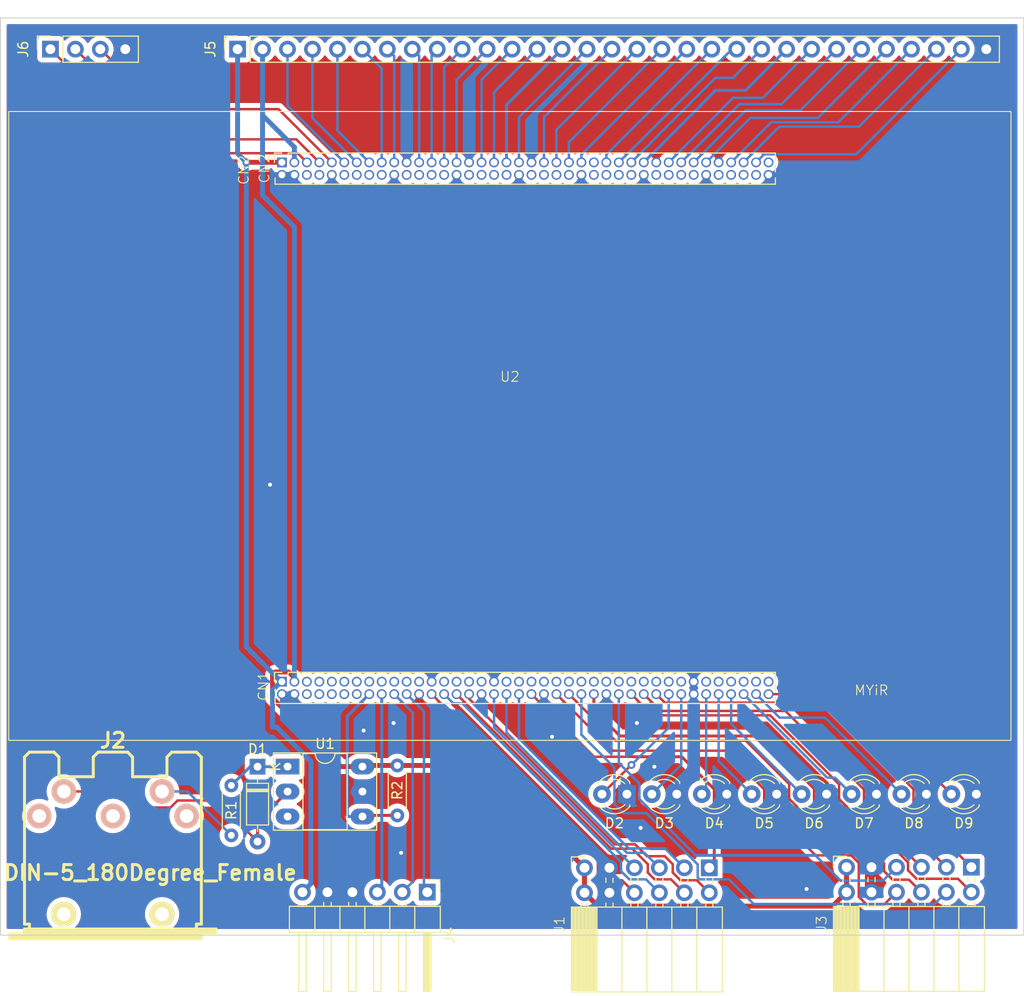
<source format=kicad_pcb>
(kicad_pcb (version 20221018) (generator pcbnew)
  (layers (0 "F.Cu" signal) (31 "B.Cu" signal) (34 "B.Paste" user) (35 "F.Paste" user) (36 "B.SilkS" user "B.Silkscreen") (37 "F.SilkS" user "F.Silkscreen") (38 "B.Mask" user) (39 "F.Mask" user) (44 "Edge.Cuts" user))
  (net 0 "")
  (net 1 "Net-(D1-K)")
  (net 2 "Net-(D1-A)")
  (net 3 "GND")
  (net 4 "LED1")
  (net 5 "LED2")
  (net 6 "LED3")
  (net 7 "LED4")
  (net 8 "LED5")
  (net 9 "LED6")
  (net 10 "LED7")
  (net 11 "LED8")
  (net 12 "PMOD1_1")
  (net 13 "PMOD1_2")
  (net 14 "PMOD1_3")
  (net 15 "PMOD1_4")
  (net 16 "+3.3V")
  (net 17 "PMOD1_7")
  (net 18 "PMOD1_8")
  (net 19 "PMOD1_9")
  (net 20 "PMOD1_10")
  (net 24 "Net-(J2-Pad4)")
  (net 25 "PMOD2_1")
  (net 26 "PMOD2_2")
  (net 27 "PMOD2_3")
  (net 28 "PMOD2_4")
  (net 29 "PMOD2_7")
  (net 30 "PMOD2_8")
  (net 31 "PMOD2_9")
  (net 32 "PMOD2_10")
  (net 33 "BCLK")
  (net 34 "DATA")
  (net 35 "LRCLK")
  (net 36 "+5V")
  (net 37 "GPIO_1")
  (net 38 "GPIO_2")
  (net 39 "GPIO_3")
  (net 40 "GPIO_4")
  (net 41 "GPIO_5")
  (net 42 "GPIO_6")
  (net 43 "GPIO_7")
  (net 44 "GPIO_8")
  (net 45 "GPIO_9")
  (net 46 "GPIO_10")
  (net 47 "GPIO_11")
  (net 48 "GPIO_12")
  (net 49 "GPIO_13")
  (net 50 "GPIO_14")
  (net 51 "GPIO_15")
  (net 52 "GPIO_16")
  (net 53 "GPIO_17")
  (net 54 "GPIO_18")
  (net 55 "GPIO_19")
  (net 56 "GPIO_20")
  (net 57 "GPIO_21")
  (net 58 "GPIO_22")
  (net 59 "GPIO_23")
  (net 60 "GPIO_24")
  (net 61 "GPIO_25")
  (net 62 "GPIO_26")
  (net 63 "GPIO_27")
  (net 64 "GPIO_28")
  (net 65 "XADC_INP0")
  (net 66 "XADC_INN0")
  (net 67 "XADC_VCC")
  (net 68 "MIDI_IN")
  (footprint "Connector_PinSocket_2.54mm:PinSocket_1x04_P2.54mm_Vertical" (layer "F.Cu") (at 48.26 20.955 90)
    (fp_text reference "J6")
    (fp_text value "XADC Header")
  )
  (footprint "Resistor_THT:R_Axial_DIN0204_L3.6mm_D1.6mm_P5.08mm_Horizontal" (layer "F.Cu") (at 83.566 98.933 90)
    (fp_text reference "R2")
    (fp_text value "510")
  )
  (footprint "LED_THT:LED_D3.0mm" (layer "F.Cu") (at 142.494 96.774 180)
    (fp_text reference "D9")
    (fp_text value "LED")
  )
  (footprint "LED_THT:LED_D3.0mm" (layer "F.Cu") (at 106.934 96.774 180)
    (fp_text reference "D2")
    (fp_text value "LED")
  )
  (footprint "LED_THT:LED_D3.0mm" (layer "F.Cu") (at 132.334 96.774 180)
    (fp_text reference "D7")
    (fp_text value "LED")
  )
  (footprint "Diode_THT:D_DO-35_SOD27_P7.62mm_Horizontal" (layer "F.Cu") (at 69.342 93.98 -90)
    (fp_text reference "D1")
    (fp_text value "1N4148")
  )
  (footprint "Z_Turn_Board_Lib_Footprint:MIDI_DIN5" (layer "F.Cu") (at 54.6228 101.997)
    (fp_text reference "J2")
    (fp_text value "DIN-5_180Degree_Female")
  )
  (footprint "LED_THT:LED_D3.0mm" (layer "F.Cu") (at 122.174 96.774 180)
    (fp_text reference "D5")
    (fp_text value "LED")
  )
  (footprint "LED_THT:LED_D3.0mm" (layer "F.Cu") (at 117.094 96.774 180)
    (fp_text reference "D4")
    (fp_text value "LED")
  )
  (footprint "Connector_PinSocket_2.54mm:PinSocket_1x31_P2.54mm_Vertical" (layer "F.Cu") (at 67.31 20.955 90)
    (fp_text reference "J5")
    (fp_text value "GPIO Header")
  )
  (footprint "Package_DIP:DIP-6_W7.62mm_Socket_LongPads" (layer "F.Cu") (at 72.4 93.97)
    (fp_text reference "U1")
    (fp_text value "H11L1")
  )
  (footprint "Connector_PinHeader_2.54mm:PinHeader_1x06_P2.54mm_Horizontal" (layer "F.Cu") (at 86.614 106.75 -90)
    (fp_text reference "J4")
    (fp_text value "DAC")
  )
  (footprint "LED_THT:LED_D3.0mm" (layer "F.Cu") (at 112.009 96.774 180)
    (fp_text reference "D3")
    (fp_text value "LED")
  )
  (footprint "Z_Turn_Board_Lib_Footprint:PMOD" (layer "F.Cu") (at 108.966 110.042 90)
    (fp_text reference "J1")
    (fp_text value "~")
  )
  (footprint "Z_Turn_Board_Lib_Footprint:PMOD" (layer "F.Cu") (at 135.636 109.982 90)
    (fp_text reference "J3")
    (fp_text value "~")
  )
  (footprint "LED_THT:LED_D3.0mm" (layer "F.Cu") (at 127.254 96.774 180)
    (fp_text reference "D6")
    (fp_text value "LED")
  )
  (footprint "Resistor_THT:R_Axial_DIN0204_L3.6mm_D1.6mm_P5.08mm_Horizontal" (layer "F.Cu") (at 66.675 100.965 90)
    (fp_text reference "R1")
    (fp_text value "220")
  )
  (footprint "LED_THT:LED_D3.0mm" (layer "F.Cu") (at 137.414 96.774 180)
    (fp_text reference "D8")
    (fp_text value "LED")
  )
  (footprint "Z_Turn_Board_Lib_Footprint:Z Turn Board IO" (layer "F.Cu") (at 95.02 59.295)
    (fp_text reference "U2")
    (fp_text value "Z Turn Board I/O")
  )
  (gr_rect (start 43.18 17.78) (end 147.32 111.125) (stroke (width 0.1)) (fill none) (layer "Edge.Cuts"))
  (segment (start 72.39 93.98) (end 72.4 93.97) (width 0.3) (layer "F.Cu") (net 1))
  (segment (start 71.765 93.97) (end 71.755 93.98) (width 0.25) (layer "F.Cu") (net 1))
  (segment (start 68.58 93.98) (end 66.675 95.885) (width 0.3) (layer "B.Cu") (net 1))
  (segment (start 69.342 93.98) (end 72.39 93.98) (width 0.3) (layer "B.Cu") (net 1))
  (segment (start 69.342 93.98) (end 68.58 93.98) (width 0.3) (layer "B.Cu") (net 1))
  (segment (start 72.39 93.98) (end 72.4 93.97) (width 0.3) (layer "B.Cu") (net 1))
  (segment (start 49.6266 96.4979) (end 56.1771 96.4979) (width 0.25) (layer "F.Cu") (net 2))
  (segment (start 72.4 96.51) (end 69.342 99.568) (width 0.3) (layer "F.Cu") (net 2))
  (segment (start 60.4891 98.1297) (end 61.2006 97.4182) (width 0.25) (layer "F.Cu") (net 2))
  (segment (start 57.8089 98.1297) (end 60.4891 98.1297) (width 0.25) (layer "F.Cu") (net 2))
  (segment (start 56.1771 96.4979) (end 57.8089 98.1297) (width 0.25) (layer "F.Cu") (net 2))
  (segment (start 61.2006 97.4182) (end 65.1602 97.4182) (width 0.25) (layer "F.Cu") (net 2))
  (segment (start 65.1602 97.4182) (end 69.342 101.6) (width 0.25) (layer "F.Cu") (net 2))
  (segment (start 69.342 99.568) (end 69.342 101.6) (width 0.3) (layer "F.Cu") (net 2))
  (via (at 99.314 90.932) (size 0.8) (drill 0.4) (layers "F.Cu" "B.Cu") (net 3))
  (via (at 108.331 100.203) (size 0.8) (drill 0.4) (layers "F.Cu" "B.Cu") (net 3))
  (via (at 83.947 102.743) (size 0.8) (drill 0.4) (layers "F.Cu" "B.Cu") (net 3))
  (via (at 125.222 106.426) (size 0.8) (drill 0.4) (layers "F.Cu" "B.Cu") (net 3))
  (via (at 80.137 90.297) (size 0.8) (drill 0.4) (layers "F.Cu" "B.Cu") (net 3))
  (via (at 107.95 89.535) (size 0.8) (drill 0.4) (layers "F.Cu" "B.Cu") (net 3))
  (via (at 109.728 93.98) (size 0.8) (drill 0.4) (layers "F.Cu" "B.Cu") (net 3))
  (via (at 83.185 89.535) (size 0.8) (drill 0.4) (layers "F.Cu" "B.Cu") (net 3))
  (via (at 70.612 65.278) (size 0.8) (drill 0.4) (layers "F.Cu" "B.Cu") (net 3))
  (segment (start 104.394 96.774) (end 107.3643 93.8037) (width 0.25) (layer "F.Cu") (net 4))
  (segment (start 107.3643 93.8037) (end 107.3927 93.8037) (width 0.25) (layer "F.Cu") (net 4))
  (via (at 107.3927 93.8037) (size 0.8) (drill 0.4) (layers "F.Cu" "B.Cu") (net 4))
  (segment (start 111.19 86.595) (end 111.19 90.0064) (width 0.25) (layer "B.Cu") (net 4))
  (segment (start 111.19 90.0064) (end 107.3927 93.8037) (width 0.25) (layer "B.Cu") (net 4))
  (segment (start 112.46 86.595) (end 112.46 93.783) (width 0.25) (layer "B.Cu") (net 5))
  (segment (start 112.46 93.783) (end 109.469 96.774) (width 0.25) (layer "B.Cu") (net 5))
  (segment (start 115 96.328) (end 114.554 96.774) (width 0.25) (layer "B.Cu") (net 6))
  (segment (start 115 86.595) (end 115 96.328) (width 0.25) (layer "B.Cu") (net 6))
  (segment (start 116.27 86.595) (end 116.27 93.41) (width 0.25) (layer "B.Cu") (net 7))
  (segment (start 116.27 93.41) (end 119.634 96.774) (width 0.25) (layer "B.Cu") (net 7))
  (segment (start 117.54 89.6) (end 124.714 96.774) (width 0.25) (layer "B.Cu") (net 8))
  (segment (start 117.54 86.595) (end 117.54 89.6) (width 0.25) (layer "B.Cu") (net 8))
  (segment (start 129.794 96.774) (end 128.1167 95.0967) (width 0.25) (layer "B.Cu") (net 9))
  (segment (start 127.3117 95.0967) (end 118.81 86.595) (width 0.25) (layer "B.Cu") (net 9))
  (segment (start 128.1167 95.0967) (end 127.3117 95.0967) (width 0.25) (layer "B.Cu") (net 9))
  (segment (start 122.4697 88.9847) (end 127.0847 88.9847) (width 0.25) (layer "B.Cu") (net 10))
  (segment (start 127.0847 88.9847) (end 134.874 96.774) (width 0.25) (layer "B.Cu") (net 10))
  (segment (start 120.08 86.595) (end 122.4697 88.9847) (width 0.25) (layer "B.Cu") (net 10))
  (segment (start 129.775 86.595) (end 121.35 86.595) (width 0.25) (layer "F.Cu") (net 11))
  (segment (start 139.954 96.774) (end 129.775 86.595) (width 0.25) (layer "F.Cu") (net 11))
  (segment (start 115.316 104.267) (end 115.824 103.759) (width 0.3) (layer "F.Cu") (net 12))
  (segment (start 112.514367 92.9666) (end 107.59 92.9666) (width 0.3) (layer "F.Cu") (net 12))
  (segment (start 103.5916 92.9666) (end 97.22 86.595) (width 0.25) (layer "F.Cu") (net 12))
  (segment (start 115.824 96.276233) (end 112.514367 92.9666) (width 0.3) (layer "F.Cu") (net 12))
  (segment (start 115.824 103.759) (end 115.824 96.276233) (width 0.3) (layer "F.Cu") (net 12))
  (segment (start 107.59 92.9666) (end 103.5916 92.9666) (width 0.25) (layer "F.Cu") (net 12))
  (segment (start 95.95 86.595) (end 95.95 91.122604) (width 0.25) (layer "B.Cu") (net 13))
  (segment (start 107.120396 102.293) (end 110.802 102.293) (width 0.25) (layer "B.Cu") (net 13))
  (segment (start 110.802 102.293) (end 112.776 104.267) (width 0.25) (layer "B.Cu") (net 13))
  (segment (start 95.95 91.122604) (end 107.120396 102.293) (width 0.25) (layer "B.Cu") (net 13))
  (segment (start 106.934 102.743) (end 108.712 102.743) (width 0.25) (layer "B.Cu") (net 14))
  (segment (start 94.68 90.489) (end 106.934 102.743) (width 0.25) (layer "B.Cu") (net 14))
  (segment (start 108.712 102.743) (end 110.236 104.267) (width 0.25) (layer "B.Cu") (net 14))
  (segment (start 109.4907 104.267) (end 110.236 104.267) (width 0.25) (layer "B.Cu") (net 14))
  (segment (start 94.68 86.595) (end 94.68 90.489) (width 0.25) (layer "B.Cu") (net 14))
  (segment (start 93.41 89.981) (end 93.41 86.595) (width 0.25) (layer "B.Cu") (net 15))
  (segment (start 107.696 104.267) (end 93.41 89.981) (width 0.25) (layer "B.Cu") (net 15))
  (segment (start 102.616 104.267) (end 92.202 93.853) (width 0.5) (layer "F.Cu") (net 16))
  (segment (start 127.8631 108.1699) (end 103.9789 108.1699) (width 0.5) (layer "F.Cu") (net 16))
  (segment (start 70.8681 87.0014) (end 70.8681 84.6275) (width 0.5) (layer "F.Cu") (net 16))
  (segment (start 129.286 106.747) (end 127.8631 108.1699) (width 0.5) (layer "F.Cu") (net 16))
  (segment (start 102.616 106.807) (end 102.616 104.267) (width 0.5) (layer "F.Cu") (net 16))
  (segment (start 129.286 106.747) (end 129.286 104.207) (width 0.5) (layer "F.Cu") (net 16))
  (segment (start 80.137 93.853) (end 80.02 93.97) (width 0.5) (layer "F.Cu") (net 16))
  (segment (start 80.02 93.97) (end 77.8367 93.97) (width 0.5) (layer "F.Cu") (net 16))
  (segment (start 83.566 93.853) (end 80.137 93.853) (width 0.5) (layer "F.Cu") (net 16))
  (segment (start 77.8367 93.97) (end 73.8284 89.9617) (width 0.5) (layer "F.Cu") (net 16))
  (segment (start 73.09 84.9185) (end 73.09 85.325) (width 0.5) (layer "F.Cu") (net 16))
  (segment (start 103.9789 108.1699) (end 102.616 106.807) (width 0.5) (layer "F.Cu") (net 16))
  (segment (start 71.1578 84.3378) (end 72.5093 84.3378) (width 0.5) (layer "F.Cu") (net 16))
  (segment (start 70.8681 84.6275) (end 71.1578 84.3378) (width 0.5) (layer "F.Cu") (net 16))
  (segment (start 92.202 93.853) (end 83.566 93.853) (width 0.5) (layer "F.Cu") (net 16))
  (segment (start 72.5093 84.3378) (end 73.09 84.9185) (width 0.5) (layer "F.Cu") (net 16))
  (segment (start 73.8284 89.9617) (end 70.8681 87.0014) (width 0.5) (layer "F.Cu") (net 16))
  (segment (start 73.09 32.1059) (end 73.09 32.475) (width 0.5) (layer "B.Cu") (net 16))
  (segment (start 73.09 32.475) (end 73.09 30.926) (width 0.5) (layer "B.Cu") (net 16))
  (segment (start 73.09 85.325) (end 73.09 39.054) (width 0.5) (layer "B.Cu") (net 16))
  (segment (start 69.85 35.814) (end 69.85 27.686) (width 0.5) (layer "B.Cu") (net 16))
  (segment (start 73.09 39.054) (end 69.85 35.814) (width 0.5) (layer "B.Cu") (net 16))
  (segment (start 73.09 30.926) (end 69.85 27.686) (width 0.5) (layer "B.Cu") (net 16))
  (segment (start 69.85 20.955) (end 69.85 27.686) (width 0.5) (layer "B.Cu") (net 16))
  (segment (start 114.046 105.537) (end 112.3816 105.537) (width 0.25) (layer "F.Cu") (net 17))
  (segment (start 112.3816 105.537) (end 111.5991 104.7545) (width 0.25) (layer "F.Cu") (net 17))
  (segment (start 115.316 106.807) (end 114.046 105.537) (width 0.25) (layer "F.Cu") (net 17))
  (segment (start 90.87 87.06) (end 90.87 86.595) (width 0.25) (layer "F.Cu") (net 17))
  (segment (start 108.9751 103.0901) (end 107.7615 101.8765) (width 0.25) (layer "F.Cu") (net 17))
  (segment (start 110.7881 103.0901) (end 108.9751 103.0901) (width 0.25) (layer "F.Cu") (net 17))
  (segment (start 107.7615 101.8765) (end 105.6865 101.8765) (width 0.25) (layer "F.Cu") (net 17))
  (segment (start 111.5991 104.7545) (end 111.5991 103.9011) (width 0.25) (layer "F.Cu") (net 17))
  (segment (start 105.6865 101.8765) (end 90.87 87.06) (width 0.25) (layer "F.Cu") (net 17))
  (segment (start 111.5991 103.9011) (end 110.7881 103.0901) (width 0.25) (layer "F.Cu") (net 17))
  (segment (start 107.4844 102.3265) (end 109.0591 103.9012) (width 0.25) (layer "F.Cu") (net 18))
  (segment (start 109.0591 104.7545) (end 109.7485 105.4439) (width 0.25) (layer "F.Cu") (net 18))
  (segment (start 109.0591 103.9012) (end 109.0591 104.7545) (width 0.25) (layer "F.Cu") (net 18))
  (segment (start 89.6 86.595) (end 105.3315 102.3265) (width 0.25) (layer "F.Cu") (net 18))
  (segment (start 109.7485 105.4439) (end 111.4129 105.4439) (width 0.25) (layer "F.Cu") (net 18))
  (segment (start 105.3315 102.3265) (end 107.4844 102.3265) (width 0.25) (layer "F.Cu") (net 18))
  (segment (start 111.4129 105.4439) (end 112.776 106.807) (width 0.25) (layer "F.Cu") (net 18))
  (segment (start 106.3329 104.6043) (end 106.3329 103.6857) (width 0.25) (layer "B.Cu") (net 19))
  (segment (start 107.1725 105.4439) (end 106.3329 104.6043) (width 0.25) (layer "B.Cu") (net 19))
  (segment (start 89.2651 87.5301) (end 88.33 86.595) (width 0.25) (layer "B.Cu") (net 19))
  (segment (start 110.236 106.807) (end 108.8729 105.4439) (width 0.25) (layer "B.Cu") (net 19))
  (segment (start 108.8729 105.4439) (end 107.1725 105.4439) (width 0.25) (layer "B.Cu") (net 19))
  (segment (start 106.3329 103.6857) (end 90.1773 87.5301) (width 0.25) (layer "B.Cu") (net 19))
  (segment (start 90.1773 87.5301) (end 89.2651 87.5301) (width 0.25) (layer "B.Cu") (net 19))
  (segment (start 106.426 105.537) (end 104.7616 105.537) (width 0.25) (layer "F.Cu") (net 20))
  (segment (start 104.7616 105.537) (end 103.9791 104.7545) (width 0.25) (layer "F.Cu") (net 20))
  (segment (start 103.9791 103.5141) (end 87.06 86.595) (width 0.25) (layer "F.Cu") (net 20))
  (segment (start 103.9791 104.7545) (end 103.9791 103.5141) (width 0.25) (layer "F.Cu") (net 20))
  (segment (start 107.696 106.807) (end 106.426 105.537) (width 0.25) (layer "F.Cu") (net 20))
  (segment (start 62.2079 96.4979) (end 66.675 100.965) (width 0.25) (layer "B.Cu") (net 24))
  (segment (start 59.619 96.4979) (end 62.2079 96.4979) (width 0.25) (layer "B.Cu") (net 24))
  (segment (start 136.1009 98.3219) (end 141.986 104.207) (width 0.25) (layer "F.Cu") (net 25))
  (segment (start 136.1009 96.2658) (end 136.1009 98.3219) (width 0.25) (layer "F.Cu") (net 25))
  (segment (start 127.2957 87.4606) (end 136.1009 96.2658) (width 0.25) (layer "F.Cu") (net 25))
  (segment (start 109.92 86.595) (end 110.7856 87.4606) (width 0.25) (layer "F.Cu") (net 25))
  (segment (start 110.7856 87.4606) (end 127.2957 87.4606) (width 0.25) (layer "F.Cu") (net 25))
  (segment (start 131.064 96.3064) (end 131.064 97.8216) (width 0.25) (layer "F.Cu") (net 26))
  (segment (start 134.4114 99.1724) (end 139.446 104.207) (width 0.25) (layer "F.Cu") (net 26))
  (segment (start 131.064 97.8216) (end 132.4148 99.1724) (width 0.25) (layer "F.Cu") (net 26))
  (segment (start 110.3578 88.3028) (end 123.0604 88.3028) (width 0.25) (layer "F.Cu") (net 26))
  (segment (start 108.65 86.595) (end 110.3578 88.3028) (width 0.25) (layer "F.Cu") (net 26))
  (segment (start 123.0604 88.3028) (end 131.064 96.3064) (width 0.25) (layer "F.Cu") (net 26))
  (segment (start 132.4148 99.1724) (end 134.4114 99.1724) (width 0.25) (layer "F.Cu") (net 26))
  (segment (start 130.9667 99.7076) (end 128.5241 97.265) (width 0.25) (layer "F.Cu") (net 27))
  (segment (start 128.5241 97.265) (end 128.524 97.265) (width 0.25) (layer "F.Cu") (net 27))
  (segment (start 128.524 95.7738) (end 121.503 88.7528) (width 0.25) (layer "F.Cu") (net 27))
  (segment (start 136.906 104.207) (end 132.4066 99.7076) (width 0.25) (layer "F.Cu") (net 27))
  (segment (start 128.524 97.265) (end 128.524 95.7738) (width 0.25) (layer "F.Cu") (net 27))
  (segment (start 132.4066 99.7076) (end 130.9667 99.7076) (width 0.25) (layer "F.Cu") (net 27))
  (segment (start 121.503 88.7528) (end 109.5378 88.7528) (width 0.25) (layer "F.Cu") (net 27))
  (segment (start 109.5378 88.7528) (end 107.38 86.595) (width 0.25) (layer "F.Cu") (net 27))
  (segment (start 128.6826 105.572) (end 126.111 103.0004) (width 0.25) (layer "B.Cu") (net 28))
  (segment (start 106.11 93.5969) (end 106.11 86.595) (width 0.25) (layer "B.Cu") (net 28))
  (segment (start 134.366 104.207) (end 133.001 105.572) (width 0.25) (layer "B.Cu") (net 28))
  (segment (start 108.2015 95.6884) (end 106.11 93.5969) (width 0.25) (layer "B.Cu") (net 28))
  (segment (start 113.9398 103.0004) (end 108.2015 97.2621) (width 0.25) (layer "B.Cu") (net 28))
  (segment (start 126.111 103.0004) (end 113.9398 103.0004) (width 0.3) (layer "B.Cu") (net 28))
  (segment (start 108.2015 97.2621) (end 108.2015 95.6884) (width 0.25) (layer "B.Cu") (net 28))
  (segment (start 133.001 105.572) (end 128.6826 105.572) (width 0.25) (layer "B.Cu") (net 28))
  (segment (start 125.984 97.7991) (end 125.984 96.2418) (width 0.25) (layer "F.Cu") (net 29))
  (segment (start 136.4035 105.3839) (end 135.5429 104.5233) (width 0.25) (layer "F.Cu") (net 29))
  (segment (start 132.04 101.42) (end 129.3734 98.7534) (width 0.25) (layer "F.Cu") (net 29))
  (segment (start 103.57 86.595) (end 103.57 88.203) (width 0.3) (layer "F.Cu") (net 29))
  (segment (start 103.57 88.203) (end 106.2238 90.8568) (width 0.3) (layer "F.Cu") (net 29))
  (segment (start 133.2464 101.42) (end 132.04 101.42) (width 0.25) (layer "F.Cu") (net 29))
  (segment (start 135.5429 103.7165) (end 133.2464 101.42) (width 0.25) (layer "F.Cu") (net 29))
  (segment (start 106.2238 90.8568) (end 120.599 90.8568) (width 0.3) (layer "F.Cu") (net 29))
  (segment (start 140.6229 105.3839) (end 136.4035 105.3839) (width 0.25) (layer "F.Cu") (net 29))
  (segment (start 126.9383 98.7534) (end 125.984 97.7991) (width 0.25) (layer "F.Cu") (net 29))
  (segment (start 135.5429 104.5233) (end 135.5429 103.7165) (width 0.25) (layer "F.Cu") (net 29))
  (segment (start 120.599 90.8568) (end 120.8526 91.1104) (width 0.3) (layer "F.Cu") (net 29))
  (segment (start 129.3734 98.7534) (end 126.9383 98.7534) (width 0.25) (layer "F.Cu") (net 29))
  (segment (start 125.984 96.2418) (end 120.8526 91.1104) (width 0.25) (layer "F.Cu") (net 29))
  (segment (start 141.986 106.747) (end 140.6229 105.3839) (width 0.25) (layer "F.Cu") (net 29))
  (segment (start 108.9205 98.7065) (end 114.1379 103.9239) (width 0.25) (layer "B.Cu") (net 30))
  (segment (start 102.3 86.595) (end 102.3 90.7198) (width 0.25) (layer "B.Cu") (net 30))
  (segment (start 138.2409 107.9521) (end 139.446 106.747) (width 0.25) (layer "B.Cu") (net 30))
  (segment (start 119.8333 107.9521) (end 138.2409 107.9521) (width 0.25) (layer "B.Cu") (net 30))
  (segment (start 114.3306 105.4439) (end 117.3251 105.4439) (width 0.25) (layer "B.Cu") (net 30))
  (segment (start 106.5726 98.7065) (end 108.9205 98.7065) (width 0.25) (layer "B.Cu") (net 30))
  (segment (start 105.664 94.0838) (end 105.664 97.7979) (width 0.25) (layer "B.Cu") (net 30))
  (segment (start 114.1379 105.2512) (end 114.3306 105.4439) (width 0.25) (layer "B.Cu") (net 30))
  (segment (start 117.3251 105.4439) (end 119.8333 107.9521) (width 0.25) (layer "B.Cu") (net 30))
  (segment (start 105.664 97.7979) (end 106.5726 98.7065) (width 0.25) (layer "B.Cu") (net 30))
  (segment (start 102.3 90.7198) (end 105.664 94.0838) (width 0.25) (layer "B.Cu") (net 30))
  (segment (start 114.1379 103.9239) (end 114.1379 105.2512) (width 0.25) (layer "B.Cu") (net 30))
  (segment (start 131.1587 101.8704) (end 133.096 103.8077) (width 0.25) (layer "F.Cu") (net 31))
  (segment (start 101.03 86.595) (end 105.7668 91.3318) (width 0.25) (layer "F.Cu") (net 31))
  (segment (start 133.9713 105.477) (end 135.636 105.477) (width 0.25) (layer "F.Cu") (net 31))
  (segment (start 123.444 95.7449) (end 123.444 97.2412) (width 0.25) (layer "F.Cu") (net 31))
  (segment (start 123.444 97.2412) (end 128.0732 101.8704) (width 0.25) (layer "F.Cu") (net 31))
  (segment (start 133.096 104.6017) (end 133.9713 105.477) (width 0.25) (layer "F.Cu") (net 31))
  (segment (start 119.0309 91.3318) (end 123.444 95.7449) (width 0.25) (layer "F.Cu") (net 31))
  (segment (start 128.0732 101.8704) (end 131.1587 101.8704) (width 0.25) (layer "F.Cu") (net 31))
  (segment (start 105.7668 91.3318) (end 119.0309 91.3318) (width 0.25) (layer "F.Cu") (net 31))
  (segment (start 133.096 103.8077) (end 133.096 104.6017) (width 0.25) (layer "F.Cu") (net 31))
  (segment (start 135.636 105.477) (end 136.906 106.747) (width 0.25) (layer "F.Cu") (net 31))
  (segment (start 120.904 96.2816) (end 116.9713 92.3489) (width 0.25) (layer "F.Cu") (net 32))
  (segment (start 130.529 103.7653) (end 129.7684 103.0047) (width 0.25) (layer "F.Cu") (net 32))
  (segment (start 116.9713 92.3489) (end 105.5139 92.3489) (width 0.25) (layer "F.Cu") (net 32))
  (segment (start 130.529 107.2123) (end 130.529 103.7653) (width 0.25) (layer "F.Cu") (net 32))
  (segment (start 133.1273 107.9857) (end 131.3024 107.9857) (width 0.25) (layer "F.Cu") (net 32))
  (segment (start 131.3024 107.9857) (end 130.529 107.2123) (width 0.25) (layer "F.Cu") (net 32))
  (segment (start 105.5139 92.3489) (end 99.76 86.595) (width 0.25) (layer "F.Cu") (net 32))
  (segment (start 129.7684 103.0047) (end 126.1385 103.0047) (width 0.25) (layer "F.Cu") (net 32))
  (segment (start 120.904 97.7702) (end 120.904 96.2816) (width 0.25) (layer "F.Cu") (net 32))
  (segment (start 126.1385 103.0047) (end 120.904 97.7702) (width 0.25) (layer "F.Cu") (net 32))
  (segment (start 134.366 106.747) (end 133.1273 107.9857) (width 0.25) (layer "F.Cu") (net 32))
  (segment (start 86.2759 106.4119) (end 86.2759 88.3509) (width 0.25) (layer "B.Cu") (net 33))
  (segment (start 86.2759 88.3509) (end 84.52 86.595) (width 0.25) (layer "B.Cu") (net 33))
  (segment (start 86.614 106.75) (end 86.2759 106.4119) (width 0.25) (layer "B.Cu") (net 33))
  (segment (start 85.1306 88.4756) (end 83.25 86.595) (width 0.25) (layer "B.Cu") (net 34))
  (segment (start 85.1306 105.6934) (end 85.1306 88.4756) (width 0.25) (layer "B.Cu") (net 34))
  (segment (start 84.074 106.75) (end 85.1306 105.6934) (width 0.25) (layer "B.Cu") (net 34))
  (segment (start 81.534 106.75) (end 81.98 106.304) (width 0.3) (layer "B.Cu") (net 35))
  (segment (start 81.98 106.304) (end 81.98 86.595) (width 0.3) (layer "B.Cu") (net 35))
  (segment (start 71.8119 32.4669) (end 71.82 32.475) (width 0.5) (layer "F.Cu") (net 36))
  (segment (start 68.1993 32.4669) (end 71.8119 32.4669) (width 0.5) (layer "F.Cu") (net 36))
  (via (at 68.1993 32.4669) (size 0.8) (drill 0.4) (layers "F.Cu" "B.Cu") (net 36))
  (segment (start 74.764 93.434) (end 74.764 105.9) (width 0.5) (layer "B.Cu") (net 36))
  (segment (start 70.8665 89.9586) (end 71.2886 89.9586) (width 0.5) (layer "B.Cu") (net 36))
  (segment (start 71.7408 85.325) (end 68.1993 81.7835) (width 0.5) (layer "B.Cu") (net 36))
  (segment (start 71.2886 89.9586) (end 74.764 93.434) (width 0.5) (layer "B.Cu") (net 36))
  (segment (start 70.8665 89.9586) (end 70.8665 86.1993) (width 0.5) (layer "B.Cu") (net 36))
  (segment (start 74.764 105.9) (end 73.914 106.75) (width 0.5) (layer "B.Cu") (net 36))
  (segment (start 70.8665 86.1993) (end 71.7408 85.325) (width 0.5) (layer "B.Cu") (net 36))
  (segment (start 67.31 31.5776) (end 67.31 20.955) (width 0.5) (layer "B.Cu") (net 36))
  (segment (start 68.1993 81.7835) (end 68.1993 32.4669) (width 0.5) (layer "B.Cu") (net 36))
  (segment (start 71.7408 85.325) (end 71.82 85.325) (width 0.5) (layer "B.Cu") (net 36))
  (segment (start 68.1993 32.4669) (end 67.31 31.5776) (width 0.5) (layer "B.Cu") (net 36))
  (segment (start 72.39 20.955) (end 72.39 26.695) (width 0.25) (layer "B.Cu") (net 37))
  (segment (start 72.39 26.695) (end 78.17 32.475) (width 0.25) (layer "B.Cu") (net 37))
  (segment (start 74.93 20.955) (end 74.93 27.965) (width 0.25) (layer "B.Cu") (net 38))
  (segment (start 74.93 27.965) (end 79.44 32.475) (width 0.25) (layer "B.Cu") (net 38))
  (segment (start 77.47 20.955) (end 77.47 29.235) (width 0.25) (layer "B.Cu") (net 39))
  (segment (start 77.47 29.235) (end 80.71 32.475) (width 0.25) (layer "B.Cu") (net 39))
  (segment (start 80.01 20.955) (end 81.98 22.925) (width 0.25) (layer "B.Cu") (net 40))
  (segment (start 81.98 22.925) (end 81.98 32.475) (width 0.25) (layer "B.Cu") (net 40))
  (segment (start 83.25 21.655) (end 83.25 32.475) (width 0.25) (layer "B.Cu") (net 41))
  (segment (start 82.55 20.955) (end 83.25 21.655) (width 0.25) (layer "B.Cu") (net 41))
  (segment (start 85.79 21.655) (end 85.79 32.475) (width 0.25) (layer "B.Cu") (net 42))
  (segment (start 85.09 20.955) (end 85.79 21.655) (width 0.25) (layer "B.Cu") (net 42))
  (segment (start 87.63 20.955) (end 87.06 21.525) (width 0.25) (layer "B.Cu") (net 43))
  (segment (start 87.06 21.525) (end 87.06 32.475) (width 0.25) (layer "B.Cu") (net 43))
  (segment (start 88.33 22.795) (end 88.33 32.475) (width 0.25) (layer "B.Cu") (net 44))
  (segment (start 90.17 20.955) (end 88.33 22.795) (width 0.25) (layer "B.Cu") (net 44))
  (segment (start 89.6 24.065) (end 89.6 32.475) (width 0.25) (layer "B.Cu") (net 45))
  (segment (start 92.71 20.955) (end 89.6 24.065) (width 0.25) (layer "B.Cu") (net 45))
  (segment (start 92.14 24.065) (end 95.25 20.955) (width 0.25) (layer "B.Cu") (net 46))
  (segment (start 92.14 32.475) (end 92.14 24.065) (width 0.25) (layer "B.Cu") (net 46))
  (segment (start 97.79 20.955) (end 93.41 25.335) (width 0.25) (layer "B.Cu") (net 47))
  (segment (start 93.41 25.335) (end 93.41 32.475) (width 0.25) (layer "B.Cu") (net 47))
  (segment (start 94.68 26.605) (end 100.33 20.955) (width 0.3) (layer "B.Cu") (net 48))
  (segment (start 94.68 32.475) (end 94.68 26.605) (width 0.3) (layer "B.Cu") (net 48))
  (segment (start 95.95 27.875) (end 95.95 32.475) (width 0.25) (layer "B.Cu") (net 49))
  (segment (start 102.87 20.955) (end 95.95 27.875) (width 0.25) (layer "B.Cu") (net 49))
  (segment (start 98.49 27.875) (end 105.41 20.955) (width 0.25) (layer "B.Cu") (net 50))
  (segment (start 98.49 32.475) (end 98.49 27.875) (width 0.25) (layer "B.Cu") (net 50))
  (segment (start 99.76 29.145) (end 99.76 32.475) (width 0.25) (layer "B.Cu") (net 51))
  (segment (start 107.95 20.955) (end 99.76 29.145) (width 0.25) (layer "B.Cu") (net 51))
  (segment (start 101.03 30.415) (end 101.03 32.475) (width 0.25) (layer "B.Cu") (net 52))
  (segment (start 110.49 20.955) (end 101.03 30.415) (width 0.25) (layer "B.Cu") (net 52))
  (segment (start 113.03 20.955) (end 102.3 31.685) (width 0.25) (layer "B.Cu") (net 53))
  (segment (start 102.3 31.685) (end 102.3 32.475) (width 0.25) (layer "B.Cu") (net 53))
  (segment (start 104.84 31.685) (end 104.84 32.475) (width 0.25) (layer "B.Cu") (net 54))
  (segment (start 115.57 20.955) (end 104.84 31.685) (width 0.25) (layer "B.Cu") (net 54))
  (segment (start 118.11 20.955) (end 117.63 20.955) (width 0.25) (layer "B.Cu") (net 55))
  (segment (start 117.63 20.955) (end 106.11 32.475) (width 0.25) (layer "B.Cu") (net 55))
  (segment (start 109.3834 30.4436) (end 115.951 23.876) (width 0.25) (layer "B.Cu") (net 56))
  (segment (start 120.65 20.955) (end 118.237 23.368) (width 0.25) (layer "B.Cu") (net 56))
  (segment (start 109.3834 30.4716) (end 109.3834 30.4436) (width 0.25) (layer "B.Cu") (net 56))
  (segment (start 117.729 23.876) (end 118.237 23.368) (width 0.25) (layer "B.Cu") (net 56))
  (segment (start 115.951 23.876) (end 117.729 23.876) (width 0.25) (layer "B.Cu") (net 56))
  (segment (start 109.3834 30.4716) (end 107.38 32.475) (width 0.25) (layer "B.Cu") (net 56))
  (segment (start 114.4779 26.6191) (end 115.951 25.146) (width 0.3) (layer "B.Cu") (net 57))
  (segment (start 118.999 25.146) (end 123.19 20.955) (width 0.3) (layer "B.Cu") (net 57))
  (segment (start 108.65 32.475) (end 114.4779 26.6471) (width 0.3) (layer "B.Cu") (net 57))
  (segment (start 115.951 25.146) (end 118.999 25.146) (width 0.3) (layer "B.Cu") (net 57))
  (segment (start 114.4779 26.6471) (end 114.4779 26.6191) (width 0.3) (layer "B.Cu") (net 57))
  (segment (start 116.5429 27.1221) (end 116.5429 27.0941) (width 0.25) (layer "B.Cu") (net 58))
  (segment (start 116.5429 27.1221) (end 111.19 32.475) (width 0.25) (layer "B.Cu") (net 58))
  (segment (start 117.729 25.908) (end 120.777 25.908) (width 0.25) (layer "B.Cu") (net 58))
  (segment (start 116.5429 27.0941) (end 117.729 25.908) (width 0.25) (layer "B.Cu") (net 58))
  (segment (start 120.777 25.908) (end 125.73 20.955) (width 0.25) (layer "B.Cu") (net 58))
  (segment (start 118.392 26.543) (end 122.682 26.543) (width 0.25) (layer "B.Cu") (net 59))
  (segment (start 112.46 32.475) (end 118.392 26.543) (width 0.25) (layer "B.Cu") (net 59))
  (segment (start 122.682 26.543) (end 128.27 20.955) (width 0.25) (layer "B.Cu") (net 59))
  (segment (start 124.587 27.178) (end 130.81 20.955) (width 0.25) (layer "B.Cu") (net 60))
  (segment (start 119.027 27.178) (end 124.587 27.178) (width 0.25) (layer "B.Cu") (net 60))
  (segment (start 113.73 32.475) (end 119.027 27.178) (width 0.25) (layer "B.Cu") (net 60))
  (segment (start 126.365 27.94) (end 133.35 20.955) (width 0.25) (layer "B.Cu") (net 61))
  (segment (start 119.507 27.94) (end 126.365 27.94) (width 0.25) (layer "B.Cu") (net 61))
  (segment (start 115.825 31.65) (end 115.825 31.622) (width 0.25) (layer "B.Cu") (net 61))
  (segment (start 115 32.475) (end 115.825 31.65) (width 0.25) (layer "B.Cu") (net 61))
  (segment (start 115.825 31.622) (end 119.507 27.94) (width 0.25) (layer "B.Cu") (net 61))
  (segment (start 128.455 28.39) (end 135.89 20.955) (width 0.25) (layer "B.Cu") (net 62))
  (segment (start 121.625 28.39) (end 128.455 28.39) (width 0.25) (layer "B.Cu") (net 62))
  (segment (start 117.54 32.475) (end 121.625 28.39) (width 0.25) (layer "B.Cu") (net 62))
  (segment (start 130.545 28.84) (end 138.43 20.955) (width 0.25) (layer "B.Cu") (net 63))
  (segment (start 122.445 28.84) (end 130.545 28.84) (width 0.25) (layer "B.Cu") (net 63))
  (segment (start 118.81 32.475) (end 122.445 28.84) (width 0.25) (layer "B.Cu") (net 63))
  (segment (start 120.08 32.475) (end 120.905 31.65) (width 0.25) (layer "B.Cu") (net 64))
  (segment (start 130.275 31.65) (end 140.97 20.955) (width 0.25) (layer "B.Cu") (net 64))
  (segment (start 120.905 31.65) (end 130.275 31.65) (width 0.25) (layer "B.Cu") (net 64))
  (segment (start 48.26 20.955) (end 58.8448 31.5398) (width 0.25) (layer "F.Cu") (net 65))
  (segment (start 58.8448 31.5398) (end 73.4248 31.5398) (width 0.25) (layer "F.Cu") (net 65))
  (segment (start 73.4248 31.5398) (end 74.36 32.475) (width 0.25) (layer "F.Cu") (net 65))
  (segment (start 73.2866 30.1316) (end 75.63 32.475) (width 0.25) (layer "F.Cu") (net 66))
  (segment (start 59.9766 30.1316) (end 73.2866 30.1316) (width 0.25) (layer "F.Cu") (net 66))
  (segment (start 50.8 20.955) (end 59.9766 30.1316) (width 0.25) (layer "F.Cu") (net 66))
  (segment (start 53.34 20.955) (end 59.4421 27.0571) (width 0.25) (layer "F.Cu") (net 67))
  (segment (start 59.4421 27.0571) (end 71.4821 27.0571) (width 0.25) (layer "F.Cu") (net 67))
  (segment (start 71.4821 27.0571) (end 76.9 32.475) (width 0.25) (layer "F.Cu") (net 67))
  (segment (start 80.137 98.933) (end 80.02 99.05) (width 0.3) (layer "F.Cu") (net 68))
  (segment (start 83.566 98.933) (end 80.137 98.933) (width 0.3) (layer "F.Cu") (net 68))
  (segment (start 78.603 99.05) (end 78.47 98.917) (width 0.3) (layer "B.Cu") (net 68))
  (segment (start 80.02 99.05) (end 78.603 99.05) (width 0.3) (layer "B.Cu") (net 68))
  (segment (start 78.47 98.917) (end 78.47 88.835) (width 0.3) (layer "B.Cu") (net 68))
  (segment (start 80.321 86.984) (end 80.71 86.595) (width 0.25) (layer "B.Cu") (net 68))
  (segment (start 80.137 98.933) (end 80.02 99.05) (width 0.3) (layer "B.Cu") (net 68))
  (segment (start 78.47 88.835) (end 80.71 86.595) (width 0.3) (layer "B.Cu") (net 68))
  (zone (net 3) (net_name "GND") (layers "F&B.Cu") (connect_pads yes (clearance 0.5)) (min_thickness 0.25) (fill yes (thermal_gap 0.5) (thermal_bridge_width 0.5))
    (polygon (pts (xy 146.685 110.49) (xy 146.685 18.415) (xy 43.815 18.415) (xy 43.815 110.49)))
  )
)
</source>
